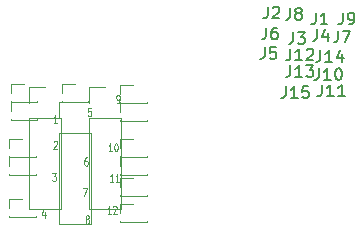
<source format=gbr>
G04 #@! TF.GenerationSoftware,KiCad,Pcbnew,(5.1.5)-3*
G04 #@! TF.CreationDate,2021-09-29T09:40:05-04:00*
G04 #@! TF.ProjectId,Connector,436f6e6e-6563-4746-9f72-2e6b69636164,rev?*
G04 #@! TF.SameCoordinates,Original*
G04 #@! TF.FileFunction,Legend,Top*
G04 #@! TF.FilePolarity,Positive*
%FSLAX46Y46*%
G04 Gerber Fmt 4.6, Leading zero omitted, Abs format (unit mm)*
G04 Created by KiCad (PCBNEW (5.1.5)-3) date 2021-09-29 09:40:05*
%MOMM*%
%LPD*%
G04 APERTURE LIST*
%ADD10C,0.100000*%
%ADD11C,0.120000*%
%ADD12C,0.150000*%
G04 APERTURE END LIST*
D10*
X140704761Y-83816666D02*
X140800000Y-83816666D01*
X140847619Y-83783333D01*
X140871428Y-83750000D01*
X140919047Y-83650000D01*
X140942857Y-83516666D01*
X140942857Y-83250000D01*
X140919047Y-83183333D01*
X140895238Y-83150000D01*
X140847619Y-83116666D01*
X140752380Y-83116666D01*
X140704761Y-83150000D01*
X140680952Y-83183333D01*
X140657142Y-83250000D01*
X140657142Y-83416666D01*
X140680952Y-83483333D01*
X140704761Y-83516666D01*
X140752380Y-83550000D01*
X140847619Y-83550000D01*
X140895238Y-83516666D01*
X140919047Y-83483333D01*
X140942857Y-83416666D01*
X140304761Y-87916666D02*
X140019047Y-87916666D01*
X140161904Y-87916666D02*
X140161904Y-87216666D01*
X140114285Y-87316666D01*
X140066666Y-87383333D01*
X140019047Y-87416666D01*
X140614285Y-87216666D02*
X140661904Y-87216666D01*
X140709523Y-87250000D01*
X140733333Y-87283333D01*
X140757142Y-87350000D01*
X140780952Y-87483333D01*
X140780952Y-87650000D01*
X140757142Y-87783333D01*
X140733333Y-87850000D01*
X140709523Y-87883333D01*
X140661904Y-87916666D01*
X140614285Y-87916666D01*
X140566666Y-87883333D01*
X140542857Y-87850000D01*
X140519047Y-87783333D01*
X140495238Y-87650000D01*
X140495238Y-87483333D01*
X140519047Y-87350000D01*
X140542857Y-87283333D01*
X140566666Y-87250000D01*
X140614285Y-87216666D01*
X140404761Y-90516666D02*
X140119047Y-90516666D01*
X140261904Y-90516666D02*
X140261904Y-89816666D01*
X140214285Y-89916666D01*
X140166666Y-89983333D01*
X140119047Y-90016666D01*
X140880952Y-90516666D02*
X140595238Y-90516666D01*
X140738095Y-90516666D02*
X140738095Y-89816666D01*
X140690476Y-89916666D01*
X140642857Y-89983333D01*
X140595238Y-90016666D01*
X140204761Y-93216666D02*
X139919047Y-93216666D01*
X140061904Y-93216666D02*
X140061904Y-92516666D01*
X140014285Y-92616666D01*
X139966666Y-92683333D01*
X139919047Y-92716666D01*
X140395238Y-92583333D02*
X140419047Y-92550000D01*
X140466666Y-92516666D01*
X140585714Y-92516666D01*
X140633333Y-92550000D01*
X140657142Y-92583333D01*
X140680952Y-92650000D01*
X140680952Y-92716666D01*
X140657142Y-92816666D01*
X140371428Y-93216666D01*
X140680952Y-93216666D01*
X138152380Y-93616666D02*
X138104761Y-93583333D01*
X138080952Y-93550000D01*
X138057142Y-93483333D01*
X138057142Y-93450000D01*
X138080952Y-93383333D01*
X138104761Y-93350000D01*
X138152380Y-93316666D01*
X138247619Y-93316666D01*
X138295238Y-93350000D01*
X138319047Y-93383333D01*
X138342857Y-93450000D01*
X138342857Y-93483333D01*
X138319047Y-93550000D01*
X138295238Y-93583333D01*
X138247619Y-93616666D01*
X138152380Y-93616666D01*
X138104761Y-93650000D01*
X138080952Y-93683333D01*
X138057142Y-93750000D01*
X138057142Y-93883333D01*
X138080952Y-93950000D01*
X138104761Y-93983333D01*
X138152380Y-94016666D01*
X138247619Y-94016666D01*
X138295238Y-93983333D01*
X138319047Y-93950000D01*
X138342857Y-93883333D01*
X138342857Y-93750000D01*
X138319047Y-93683333D01*
X138295238Y-93650000D01*
X138247619Y-93616666D01*
X137833333Y-91016666D02*
X138166666Y-91016666D01*
X137952380Y-91716666D01*
X138195238Y-88416666D02*
X138100000Y-88416666D01*
X138052380Y-88450000D01*
X138028571Y-88483333D01*
X137980952Y-88583333D01*
X137957142Y-88716666D01*
X137957142Y-88983333D01*
X137980952Y-89050000D01*
X138004761Y-89083333D01*
X138052380Y-89116666D01*
X138147619Y-89116666D01*
X138195238Y-89083333D01*
X138219047Y-89050000D01*
X138242857Y-88983333D01*
X138242857Y-88816666D01*
X138219047Y-88750000D01*
X138195238Y-88716666D01*
X138147619Y-88683333D01*
X138052380Y-88683333D01*
X138004761Y-88716666D01*
X137980952Y-88750000D01*
X137957142Y-88816666D01*
X138519047Y-84216666D02*
X138280952Y-84216666D01*
X138257142Y-84550000D01*
X138280952Y-84516666D01*
X138328571Y-84483333D01*
X138447619Y-84483333D01*
X138495238Y-84516666D01*
X138519047Y-84550000D01*
X138542857Y-84616666D01*
X138542857Y-84783333D01*
X138519047Y-84850000D01*
X138495238Y-84883333D01*
X138447619Y-84916666D01*
X138328571Y-84916666D01*
X138280952Y-84883333D01*
X138257142Y-84850000D01*
X135642857Y-85516666D02*
X135357142Y-85516666D01*
X135500000Y-85516666D02*
X135500000Y-84816666D01*
X135452380Y-84916666D01*
X135404761Y-84983333D01*
X135357142Y-85016666D01*
X135357142Y-87083333D02*
X135380952Y-87050000D01*
X135428571Y-87016666D01*
X135547619Y-87016666D01*
X135595238Y-87050000D01*
X135619047Y-87083333D01*
X135642857Y-87150000D01*
X135642857Y-87216666D01*
X135619047Y-87316666D01*
X135333333Y-87716666D01*
X135642857Y-87716666D01*
X135233333Y-89716666D02*
X135542857Y-89716666D01*
X135376190Y-89983333D01*
X135447619Y-89983333D01*
X135495238Y-90016666D01*
X135519047Y-90050000D01*
X135542857Y-90116666D01*
X135542857Y-90283333D01*
X135519047Y-90350000D01*
X135495238Y-90383333D01*
X135447619Y-90416666D01*
X135304761Y-90416666D01*
X135257142Y-90383333D01*
X135233333Y-90350000D01*
X134595238Y-93050000D02*
X134595238Y-93516666D01*
X134476190Y-92783333D02*
X134357142Y-93283333D01*
X134666666Y-93283333D01*
D11*
X131732000Y-82171000D02*
X132842000Y-82171000D01*
X131732000Y-82931000D02*
X131732000Y-82171000D01*
X133405471Y-83691000D02*
X133952000Y-83691000D01*
X131732000Y-83691000D02*
X132278529Y-83691000D01*
X133952000Y-83691000D02*
X133952000Y-83626000D01*
X131732000Y-83691000D02*
X131732000Y-83626000D01*
X131732000Y-83691000D02*
X133952000Y-83691000D01*
X141003000Y-90172000D02*
X142113000Y-90172000D01*
X141003000Y-90932000D02*
X141003000Y-90172000D01*
X142676471Y-91692000D02*
X143223000Y-91692000D01*
X141003000Y-91692000D02*
X141549529Y-91692000D01*
X143223000Y-91692000D02*
X143223000Y-91627000D01*
X141003000Y-91692000D02*
X141003000Y-91627000D01*
X141003000Y-91692000D02*
X143223000Y-91692000D01*
X141003000Y-86870000D02*
X142113000Y-86870000D01*
X141003000Y-87630000D02*
X141003000Y-86870000D01*
X142676471Y-88390000D02*
X143223000Y-88390000D01*
X141003000Y-88390000D02*
X141549529Y-88390000D01*
X143223000Y-88390000D02*
X143223000Y-88325000D01*
X141003000Y-88390000D02*
X141003000Y-88325000D01*
X141003000Y-88390000D02*
X143223000Y-88390000D01*
X141003000Y-83822000D02*
X142113000Y-83822000D01*
X141003000Y-84582000D02*
X141003000Y-83822000D01*
X142676471Y-85342000D02*
X143223000Y-85342000D01*
X141003000Y-85342000D02*
X141549529Y-85342000D01*
X143223000Y-85342000D02*
X143223000Y-85277000D01*
X141003000Y-85342000D02*
X141003000Y-85277000D01*
X141003000Y-85342000D02*
X143223000Y-85342000D01*
X141003000Y-82298000D02*
X142113000Y-82298000D01*
X141003000Y-83058000D02*
X141003000Y-82298000D01*
X142676471Y-83818000D02*
X143223000Y-83818000D01*
X141003000Y-83818000D02*
X141549529Y-83818000D01*
X143223000Y-83818000D02*
X143223000Y-83753000D01*
X141003000Y-83818000D02*
X141003000Y-83753000D01*
X141003000Y-83818000D02*
X143223000Y-83818000D01*
X141003000Y-92331000D02*
X142113000Y-92331000D01*
X141003000Y-93091000D02*
X141003000Y-92331000D01*
X142676471Y-93851000D02*
X143223000Y-93851000D01*
X141003000Y-93851000D02*
X141549529Y-93851000D01*
X143223000Y-93851000D02*
X143223000Y-93786000D01*
X141003000Y-93851000D02*
X141003000Y-93786000D01*
X141003000Y-93851000D02*
X143223000Y-93851000D01*
X141003000Y-88394000D02*
X142113000Y-88394000D01*
X141003000Y-89154000D02*
X141003000Y-88394000D01*
X142676471Y-89914000D02*
X143223000Y-89914000D01*
X141003000Y-89914000D02*
X141549529Y-89914000D01*
X143223000Y-89914000D02*
X143223000Y-89849000D01*
X141003000Y-89914000D02*
X141003000Y-89849000D01*
X141003000Y-89914000D02*
X143223000Y-89914000D01*
X131605000Y-86870000D02*
X132715000Y-86870000D01*
X131605000Y-87630000D02*
X131605000Y-86870000D01*
X133278471Y-88390000D02*
X133825000Y-88390000D01*
X131605000Y-88390000D02*
X132151529Y-88390000D01*
X133825000Y-88390000D02*
X133825000Y-88325000D01*
X131605000Y-88390000D02*
X131605000Y-88325000D01*
X131605000Y-88390000D02*
X133825000Y-88390000D01*
X136050000Y-82171000D02*
X137160000Y-82171000D01*
X136050000Y-82931000D02*
X136050000Y-82171000D01*
X137723471Y-83691000D02*
X138270000Y-83691000D01*
X136050000Y-83691000D02*
X136596529Y-83691000D01*
X138270000Y-83691000D02*
X138270000Y-83626000D01*
X136050000Y-83691000D02*
X136050000Y-83626000D01*
X136050000Y-83691000D02*
X138270000Y-83691000D01*
X131605000Y-91950000D02*
X132715000Y-91950000D01*
X131605000Y-92710000D02*
X131605000Y-91950000D01*
X133278471Y-93470000D02*
X133825000Y-93470000D01*
X131605000Y-93470000D02*
X132151529Y-93470000D01*
X133825000Y-93470000D02*
X133825000Y-93405000D01*
X131605000Y-93470000D02*
X131605000Y-93405000D01*
X131605000Y-93470000D02*
X133825000Y-93470000D01*
X131605000Y-88394000D02*
X132715000Y-88394000D01*
X131605000Y-89154000D02*
X131605000Y-88394000D01*
X133278471Y-89914000D02*
X133825000Y-89914000D01*
X131605000Y-89914000D02*
X132151529Y-89914000D01*
X133825000Y-89914000D02*
X133825000Y-89849000D01*
X131605000Y-89914000D02*
X131605000Y-89849000D01*
X131605000Y-89914000D02*
X133825000Y-89914000D01*
X131732000Y-83695000D02*
X132842000Y-83695000D01*
X131732000Y-84455000D02*
X131732000Y-83695000D01*
X133405471Y-85215000D02*
X133952000Y-85215000D01*
X131732000Y-85215000D02*
X132278529Y-85215000D01*
X133952000Y-85215000D02*
X133952000Y-85150000D01*
X131732000Y-85215000D02*
X131732000Y-85150000D01*
X131732000Y-85215000D02*
X133952000Y-85215000D01*
X138370000Y-82490000D02*
X139700000Y-82490000D01*
X138370000Y-83820000D02*
X138370000Y-82490000D01*
X138370000Y-85090000D02*
X141030000Y-85090000D01*
X141030000Y-85090000D02*
X141030000Y-92770000D01*
X138370000Y-85090000D02*
X138370000Y-92770000D01*
X138370000Y-92770000D02*
X141030000Y-92770000D01*
X135830000Y-83760000D02*
X137160000Y-83760000D01*
X135830000Y-85090000D02*
X135830000Y-83760000D01*
X135830000Y-86360000D02*
X138490000Y-86360000D01*
X138490000Y-86360000D02*
X138490000Y-94040000D01*
X135830000Y-86360000D02*
X135830000Y-94040000D01*
X135830000Y-94040000D02*
X138490000Y-94040000D01*
X133290000Y-82490000D02*
X134620000Y-82490000D01*
X133290000Y-83820000D02*
X133290000Y-82490000D01*
X133290000Y-85090000D02*
X135950000Y-85090000D01*
X135950000Y-85090000D02*
X135950000Y-92770000D01*
X133290000Y-85090000D02*
X133290000Y-92770000D01*
X133290000Y-92770000D02*
X135950000Y-92770000D01*
D12*
X157654666Y-77557380D02*
X157654666Y-78271666D01*
X157607047Y-78414523D01*
X157511809Y-78509761D01*
X157368952Y-78557380D01*
X157273714Y-78557380D01*
X158559428Y-77890714D02*
X158559428Y-78557380D01*
X158321333Y-77509761D02*
X158083238Y-78224047D01*
X158702285Y-78224047D01*
X155019476Y-82383380D02*
X155019476Y-83097666D01*
X154971857Y-83240523D01*
X154876619Y-83335761D01*
X154733761Y-83383380D01*
X154638523Y-83383380D01*
X156019476Y-83383380D02*
X155448047Y-83383380D01*
X155733761Y-83383380D02*
X155733761Y-82383380D01*
X155638523Y-82526238D01*
X155543285Y-82621476D01*
X155448047Y-82669095D01*
X156924238Y-82383380D02*
X156448047Y-82383380D01*
X156400428Y-82859571D01*
X156448047Y-82811952D01*
X156543285Y-82764333D01*
X156781380Y-82764333D01*
X156876619Y-82811952D01*
X156924238Y-82859571D01*
X156971857Y-82954809D01*
X156971857Y-83192904D01*
X156924238Y-83288142D01*
X156876619Y-83335761D01*
X156781380Y-83383380D01*
X156543285Y-83383380D01*
X156448047Y-83335761D01*
X156400428Y-83288142D01*
X157940476Y-79335380D02*
X157940476Y-80049666D01*
X157892857Y-80192523D01*
X157797619Y-80287761D01*
X157654761Y-80335380D01*
X157559523Y-80335380D01*
X158940476Y-80335380D02*
X158369047Y-80335380D01*
X158654761Y-80335380D02*
X158654761Y-79335380D01*
X158559523Y-79478238D01*
X158464285Y-79573476D01*
X158369047Y-79621095D01*
X159797619Y-79668714D02*
X159797619Y-80335380D01*
X159559523Y-79287761D02*
X159321428Y-80002047D01*
X159940476Y-80002047D01*
X155400476Y-80605380D02*
X155400476Y-81319666D01*
X155352857Y-81462523D01*
X155257619Y-81557761D01*
X155114761Y-81605380D01*
X155019523Y-81605380D01*
X156400476Y-81605380D02*
X155829047Y-81605380D01*
X156114761Y-81605380D02*
X156114761Y-80605380D01*
X156019523Y-80748238D01*
X155924285Y-80843476D01*
X155829047Y-80891095D01*
X156733809Y-80605380D02*
X157352857Y-80605380D01*
X157019523Y-80986333D01*
X157162380Y-80986333D01*
X157257619Y-81033952D01*
X157305238Y-81081571D01*
X157352857Y-81176809D01*
X157352857Y-81414904D01*
X157305238Y-81510142D01*
X157257619Y-81557761D01*
X157162380Y-81605380D01*
X156876666Y-81605380D01*
X156781428Y-81557761D01*
X156733809Y-81510142D01*
X155400476Y-79208380D02*
X155400476Y-79922666D01*
X155352857Y-80065523D01*
X155257619Y-80160761D01*
X155114761Y-80208380D01*
X155019523Y-80208380D01*
X156400476Y-80208380D02*
X155829047Y-80208380D01*
X156114761Y-80208380D02*
X156114761Y-79208380D01*
X156019523Y-79351238D01*
X155924285Y-79446476D01*
X155829047Y-79494095D01*
X156781428Y-79303619D02*
X156829047Y-79256000D01*
X156924285Y-79208380D01*
X157162380Y-79208380D01*
X157257619Y-79256000D01*
X157305238Y-79303619D01*
X157352857Y-79398857D01*
X157352857Y-79494095D01*
X157305238Y-79636952D01*
X156733809Y-80208380D01*
X157352857Y-80208380D01*
X158067476Y-82256380D02*
X158067476Y-82970666D01*
X158019857Y-83113523D01*
X157924619Y-83208761D01*
X157781761Y-83256380D01*
X157686523Y-83256380D01*
X159067476Y-83256380D02*
X158496047Y-83256380D01*
X158781761Y-83256380D02*
X158781761Y-82256380D01*
X158686523Y-82399238D01*
X158591285Y-82494476D01*
X158496047Y-82542095D01*
X160019857Y-83256380D02*
X159448428Y-83256380D01*
X159734142Y-83256380D02*
X159734142Y-82256380D01*
X159638904Y-82399238D01*
X159543666Y-82494476D01*
X159448428Y-82542095D01*
X157813476Y-80859380D02*
X157813476Y-81573666D01*
X157765857Y-81716523D01*
X157670619Y-81811761D01*
X157527761Y-81859380D01*
X157432523Y-81859380D01*
X158813476Y-81859380D02*
X158242047Y-81859380D01*
X158527761Y-81859380D02*
X158527761Y-80859380D01*
X158432523Y-81002238D01*
X158337285Y-81097476D01*
X158242047Y-81145095D01*
X159432523Y-80859380D02*
X159527761Y-80859380D01*
X159623000Y-80907000D01*
X159670619Y-80954619D01*
X159718238Y-81049857D01*
X159765857Y-81240333D01*
X159765857Y-81478428D01*
X159718238Y-81668904D01*
X159670619Y-81764142D01*
X159623000Y-81811761D01*
X159527761Y-81859380D01*
X159432523Y-81859380D01*
X159337285Y-81811761D01*
X159289666Y-81764142D01*
X159242047Y-81668904D01*
X159194428Y-81478428D01*
X159194428Y-81240333D01*
X159242047Y-81049857D01*
X159289666Y-80954619D01*
X159337285Y-80907000D01*
X159432523Y-80859380D01*
X159813666Y-76160380D02*
X159813666Y-76874666D01*
X159766047Y-77017523D01*
X159670809Y-77112761D01*
X159527952Y-77160380D01*
X159432714Y-77160380D01*
X160337476Y-77160380D02*
X160527952Y-77160380D01*
X160623190Y-77112761D01*
X160670809Y-77065142D01*
X160766047Y-76922285D01*
X160813666Y-76731809D01*
X160813666Y-76350857D01*
X160766047Y-76255619D01*
X160718428Y-76208000D01*
X160623190Y-76160380D01*
X160432714Y-76160380D01*
X160337476Y-76208000D01*
X160289857Y-76255619D01*
X160242238Y-76350857D01*
X160242238Y-76588952D01*
X160289857Y-76684190D01*
X160337476Y-76731809D01*
X160432714Y-76779428D01*
X160623190Y-76779428D01*
X160718428Y-76731809D01*
X160766047Y-76684190D01*
X160813666Y-76588952D01*
X155368666Y-75779380D02*
X155368666Y-76493666D01*
X155321047Y-76636523D01*
X155225809Y-76731761D01*
X155082952Y-76779380D01*
X154987714Y-76779380D01*
X155987714Y-76207952D02*
X155892476Y-76160333D01*
X155844857Y-76112714D01*
X155797238Y-76017476D01*
X155797238Y-75969857D01*
X155844857Y-75874619D01*
X155892476Y-75827000D01*
X155987714Y-75779380D01*
X156178190Y-75779380D01*
X156273428Y-75827000D01*
X156321047Y-75874619D01*
X156368666Y-75969857D01*
X156368666Y-76017476D01*
X156321047Y-76112714D01*
X156273428Y-76160333D01*
X156178190Y-76207952D01*
X155987714Y-76207952D01*
X155892476Y-76255571D01*
X155844857Y-76303190D01*
X155797238Y-76398428D01*
X155797238Y-76588904D01*
X155844857Y-76684142D01*
X155892476Y-76731761D01*
X155987714Y-76779380D01*
X156178190Y-76779380D01*
X156273428Y-76731761D01*
X156321047Y-76684142D01*
X156368666Y-76588904D01*
X156368666Y-76398428D01*
X156321047Y-76303190D01*
X156273428Y-76255571D01*
X156178190Y-76207952D01*
X159432666Y-77684380D02*
X159432666Y-78398666D01*
X159385047Y-78541523D01*
X159289809Y-78636761D01*
X159146952Y-78684380D01*
X159051714Y-78684380D01*
X159813619Y-77684380D02*
X160480285Y-77684380D01*
X160051714Y-78684380D01*
X153336666Y-77430380D02*
X153336666Y-78144666D01*
X153289047Y-78287523D01*
X153193809Y-78382761D01*
X153050952Y-78430380D01*
X152955714Y-78430380D01*
X154241428Y-77430380D02*
X154050952Y-77430380D01*
X153955714Y-77478000D01*
X153908095Y-77525619D01*
X153812857Y-77668476D01*
X153765238Y-77858952D01*
X153765238Y-78239904D01*
X153812857Y-78335142D01*
X153860476Y-78382761D01*
X153955714Y-78430380D01*
X154146190Y-78430380D01*
X154241428Y-78382761D01*
X154289047Y-78335142D01*
X154336666Y-78239904D01*
X154336666Y-78001809D01*
X154289047Y-77906571D01*
X154241428Y-77858952D01*
X154146190Y-77811333D01*
X153955714Y-77811333D01*
X153860476Y-77858952D01*
X153812857Y-77906571D01*
X153765238Y-78001809D01*
X153209666Y-79081380D02*
X153209666Y-79795666D01*
X153162047Y-79938523D01*
X153066809Y-80033761D01*
X152923952Y-80081380D01*
X152828714Y-80081380D01*
X154162047Y-79081380D02*
X153685857Y-79081380D01*
X153638238Y-79557571D01*
X153685857Y-79509952D01*
X153781095Y-79462333D01*
X154019190Y-79462333D01*
X154114428Y-79509952D01*
X154162047Y-79557571D01*
X154209666Y-79652809D01*
X154209666Y-79890904D01*
X154162047Y-79986142D01*
X154114428Y-80033761D01*
X154019190Y-80081380D01*
X153781095Y-80081380D01*
X153685857Y-80033761D01*
X153638238Y-79986142D01*
X155622666Y-77811380D02*
X155622666Y-78525666D01*
X155575047Y-78668523D01*
X155479809Y-78763761D01*
X155336952Y-78811380D01*
X155241714Y-78811380D01*
X156003619Y-77811380D02*
X156622666Y-77811380D01*
X156289333Y-78192333D01*
X156432190Y-78192333D01*
X156527428Y-78239952D01*
X156575047Y-78287571D01*
X156622666Y-78382809D01*
X156622666Y-78620904D01*
X156575047Y-78716142D01*
X156527428Y-78763761D01*
X156432190Y-78811380D01*
X156146476Y-78811380D01*
X156051238Y-78763761D01*
X156003619Y-78716142D01*
X153463666Y-75652380D02*
X153463666Y-76366666D01*
X153416047Y-76509523D01*
X153320809Y-76604761D01*
X153177952Y-76652380D01*
X153082714Y-76652380D01*
X153892238Y-75747619D02*
X153939857Y-75700000D01*
X154035095Y-75652380D01*
X154273190Y-75652380D01*
X154368428Y-75700000D01*
X154416047Y-75747619D01*
X154463666Y-75842857D01*
X154463666Y-75938095D01*
X154416047Y-76080952D01*
X153844619Y-76652380D01*
X154463666Y-76652380D01*
X157527666Y-76160380D02*
X157527666Y-76874666D01*
X157480047Y-77017523D01*
X157384809Y-77112761D01*
X157241952Y-77160380D01*
X157146714Y-77160380D01*
X158527666Y-77160380D02*
X157956238Y-77160380D01*
X158241952Y-77160380D02*
X158241952Y-76160380D01*
X158146714Y-76303238D01*
X158051476Y-76398476D01*
X157956238Y-76446095D01*
M02*

</source>
